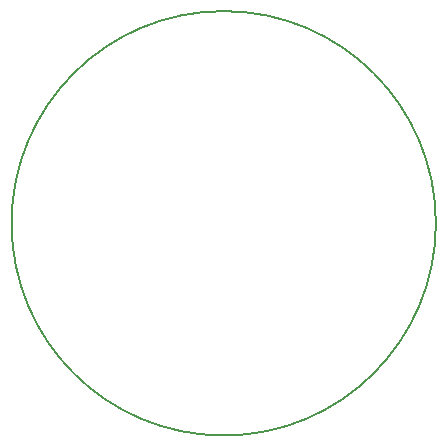
<source format=gm1>
G04 #@! TF.GenerationSoftware,KiCad,Pcbnew,no-vcs-found-44b118f~58~ubuntu16.04.1*
G04 #@! TF.CreationDate,2017-06-12T14:31:22+03:00*
G04 #@! TF.ProjectId,multisensor_cr2032,6D756C746973656E736F725F63723230,rev?*
G04 #@! TF.FileFunction,Profile,NP*
%FSLAX46Y46*%
G04 Gerber Fmt 4.6, Leading zero omitted, Abs format (unit mm)*
G04 Created by KiCad (PCBNEW no-vcs-found-44b118f~58~ubuntu16.04.1) date Mon Jun 12 14:31:22 2017*
%MOMM*%
%LPD*%
G01*
G04 APERTURE LIST*
%ADD10C,0.100000*%
%ADD11C,0.150000*%
G04 APERTURE END LIST*
D10*
D11*
X134804104Y-86868000D02*
G75*
G03X134804104Y-86868000I-17964104J0D01*
G01*
M02*

</source>
